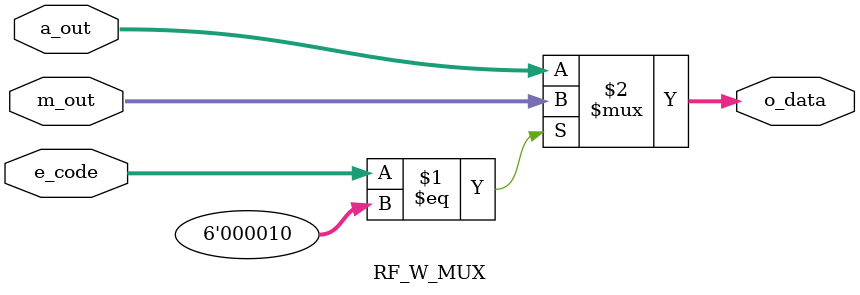
<source format=v>
`timescale 1ns / 1ps

/**
 @Author:       LiYangMing
 @StartTime:    18/12/11
 @Filename:     mux.v
 @Software:     ISE_13.4
 @LastModify:   18/12/11
 */

`define ALU_CODE 6'd1
`define LW_CODE  6'd2
`define SW_CODE  6'd3


module RF_R_MUX(
		r_i, r_j, e_code,	// Input signal.
		o_data				// Output signal.
    );

	parameter REG_SIZE = 5;
	parameter CODE_SIZE = 6;

 	input wire [REG_SIZE - 1: 0] r_i, r_j;
 	input wire [CODE_SIZE - 1: 0] e_code;

 	output wire [REG_SIZE - 1: 0] o_data;
 	assign o_data = e_code == `LW_CODE ? r_j: 
 		   		    r_i;

endmodule


module ALU_A_MUX (
		j_out, k_out, e_code,
		o_data
	);

	parameter DATA_SIZE = 32;
	parameter CODE_SIZE = 6;

	input wire [DATA_SIZE - 1: 0] j_out, k_out;
	input wire [CODE_SIZE - 1: 0] e_code;

	output wire [DATA_SIZE - 1: 0] o_data;
	assign o_data = e_code == `ALU_CODE ? j_out:
					k_out;

endmodule


module ALU_B_MUX (
		k_out, imme, e_code,
		o_data
	);

	parameter DATA_SIZE = 32;
	parameter CODE_SIZE = 6;

	input wire [DATA_SIZE - 1: 0] k_out, imme;
	input wire [CODE_SIZE - 1: 0] e_code;

	output wire [DATA_SIZE - 1 : 0] o_data;
	assign o_data = e_code == `ALU_CODE ? k_out:
					imme;

endmodule


module RF_W_MUX (
		a_out, m_out, e_code, 
		o_data
	);

	parameter DATA_SIZE = 32;
	parameter CODE_SIZE = 6;

	input wire [DATA_SIZE - 1: 0] a_out, m_out;
	input wire [CODE_SIZE - 1: 0] e_code;

	output wire [DATA_SIZE - 1: 0] o_data;
	assign o_data = e_code == `LW_CODE ? m_out:
					a_out;

endmodule

</source>
